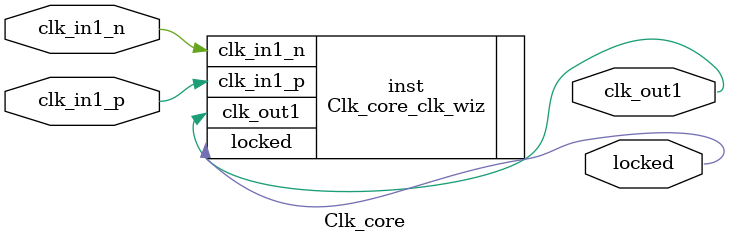
<source format=v>


`timescale 1ps/1ps

(* CORE_GENERATION_INFO = "Clk_core,clk_wiz_v6_0_4_0_0,{component_name=Clk_core,use_phase_alignment=false,use_min_o_jitter=false,use_max_i_jitter=false,use_dyn_phase_shift=false,use_inclk_switchover=false,use_dyn_reconfig=false,enable_axi=0,feedback_source=FDBK_AUTO,PRIMITIVE=MMCM,num_out_clk=1,clkin1_period=5.000,clkin2_period=10.0,use_power_down=false,use_reset=false,use_locked=true,use_inclk_stopped=false,feedback_type=SINGLE,CLOCK_MGR_TYPE=NA,manual_override=false}" *)

module Clk_core 
 (
  // Clock out ports
  output        clk_out1,
  // Status and control signals
  output        locked,
 // Clock in ports
  input         clk_in1_p,
  input         clk_in1_n
 );

  Clk_core_clk_wiz inst
  (
  // Clock out ports  
  .clk_out1(clk_out1),
  // Status and control signals               
  .locked(locked),
 // Clock in ports
  .clk_in1_p(clk_in1_p),
  .clk_in1_n(clk_in1_n)
  );

endmodule

</source>
